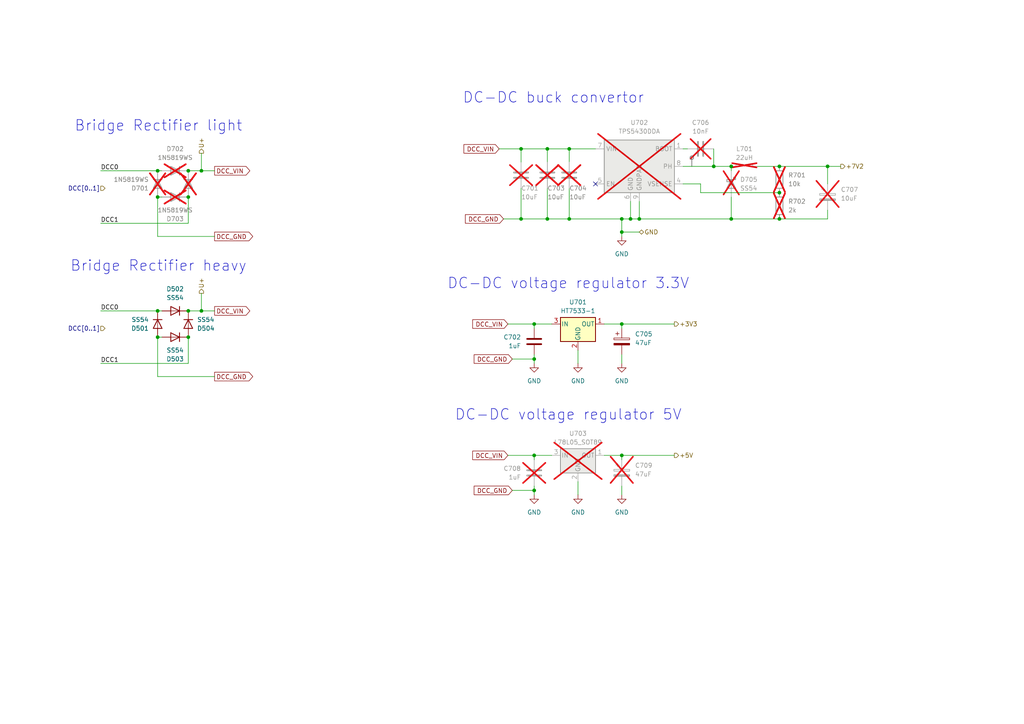
<source format=kicad_sch>
(kicad_sch (version 20231120) (generator "eeschema") (generator_version "7.99")
  (paper "A4")
  (lib_symbols
    (symbol "Device:C" (pin_numbers hide) (pin_names (offset 0.254))
      (property "Reference" "C" (at 0.635 2.54 0))
      (property "Value" "C" (at 0.635 -2.54 0))
      (symbol "C_0_1"
        (polyline (pts (xy -2.032 -0.762) (xy 2.032 -0.762)) (stroke (width 0.508)))
        (polyline (pts (xy -2.032 0.762) (xy 2.032 0.762)) (stroke (width 0.508)))
      )
      (symbol "C_1_1"
        (pin passive line (at 0 3.81 270) (length 2.794) (name "~") (number "1"))
        (pin passive line (at 0 -3.81 90) (length 2.794) (name "~") (number "2"))
      )
    )
    (symbol "Device:C_Polarized" (pin_numbers hide) (pin_names (offset 0.254))
      (property "Reference" "C" (at 0.635 2.54 0))
      (property "Value" "C_Polarized" (at 0.635 -2.54 0))
      (symbol "C_Polarized_0_1"
        (rectangle (start -2.286 0.508) (end 2.286 1.016))
        (polyline (pts (xy -1.778 2.286) (xy -0.762 2.286)))
        (polyline (pts (xy -1.27 2.794) (xy -1.27 1.778)))
        (rectangle (start 2.286 -0.508) (end -2.286 -1.016) (fill (type outline)))
      )
      (symbol "C_Polarized_1_1"
        (pin passive line (at 0 3.81 270) (length 2.794) (name "~") (number "1"))
        (pin passive line (at 0 -3.81 90) (length 2.794) (name "~") (number "2"))
      )
    )
    (symbol "Device:D" (pin_numbers hide) (pin_names (offset 1.016) hide)
      (property "Reference" "D" (at 0 2.54 0))
      (property "Value" "D" (at 0 -2.54 0))
      (symbol "D_0_1"
        (polyline (pts (xy -1.27 1.27) (xy -1.27 -1.27)) (stroke (width 0.254)))
        (polyline (pts (xy 1.27 0) (xy -1.27 0)))
        (polyline (pts (xy 1.27 1.27) (xy 1.27 -1.27) (xy -1.27 0) (xy 1.27 1.27)) (stroke (width 0.254)))
      )
      (symbol "D_1_1"
        (pin passive line (at -3.81 0 0) (length 2.54) (name "K") (number "1"))
        (pin passive line (at 3.81 0 180) (length 2.54) (name "A") (number "2"))
      )
    )
    (symbol "Device:D_Schottky" (pin_numbers hide) (pin_names (offset 1.016) hide)
      (property "Reference" "D" (at 0 2.54 0))
      (property "Value" "D_Schottky" (at 0 -2.54 0))
      (symbol "D_Schottky_0_1"
        (polyline (pts (xy 1.27 0) (xy -1.27 0)))
        (polyline (pts (xy 1.27 1.27) (xy 1.27 -1.27) (xy -1.27 0) (xy 1.27 1.27)) (stroke (width 0.254)))
        (polyline (pts (xy -1.905 0.635) (xy -1.905 1.27) (xy -1.27 1.27) (xy -1.27 -1.27) (xy -0.635 -1.27) (xy -0.635 -0.635)) (stroke (width 0.254)))
      )
      (symbol "D_Schottky_1_1"
        (pin passive line (at -3.81 0 0) (length 2.54) (name "K") (number "1"))
        (pin passive line (at 3.81 0 180) (length 2.54) (name "A") (number "2"))
      )
    )
    (symbol "Device:L" (pin_numbers hide) (pin_names (offset 1.016) hide)
      (property "Reference" "L" (at -1.27 0 90))
      (property "Value" "L" (at 1.905 0 90))
      (symbol "L_0_1"
        (arc (start 0 -2.54) (mid 0.6323 -1.905) (end 0 -1.27))
        (arc (start 0 -1.27) (mid 0.6323 -0.635) (end 0 0))
        (arc (start 0 0) (mid 0.6323 0.635) (end 0 1.27))
        (arc (start 0 1.27) (mid 0.6323 1.905) (end 0 2.54))
      )
      (symbol "L_1_1"
        (pin passive line (at 0 3.81 270) (length 1.27) (name "1") (number "1"))
        (pin passive line (at 0 -3.81 90) (length 1.27) (name "2") (number "2"))
      )
    )
    (symbol "Device:R" (pin_numbers hide) (pin_names (offset 0))
      (property "Reference" "R" (at 2.032 0 90))
      (property "Value" "R" (at 0 0 90))
      (symbol "R_0_1"
        (rectangle (start -1.016 -2.54) (end 1.016 2.54) (stroke (width 0.254)))
      )
      (symbol "R_1_1"
        (pin passive line (at 0 3.81 270) (length 1.27) (name "~") (number "1"))
        (pin passive line (at 0 -3.81 90) (length 1.27) (name "~") (number "2"))
      )
    )
    (symbol "Regulator_Linear:L78L05_SOT89" (pin_names (offset 0.254))
      (property "Reference" "U" (at -3.81 3.175 0))
      (property "Value" "L78L05_SOT89" (at -0.635 3.175 0))
      (symbol "L78L05_SOT89_0_1"
        (rectangle (start -5.08 1.905) (end 5.08 -5.08) (stroke (width 0.254)) (fill (type background)))
      )
      (symbol "L78L05_SOT89_1_1"
        (pin power_out line (at 7.62 0 180) (length 2.54) (name "OUT") (number "1"))
        (pin power_in line (at 0 -7.62 90) (length 2.54) (name "GND") (number "2"))
        (pin power_in line (at -7.62 0 0) (length 2.54) (name "IN") (number "3"))
      )
    )
    (symbol "Regulator_Linear:L78L33_SOT89" (pin_names (offset 0.254))
      (property "Reference" "U" (at -3.81 3.175 0))
      (property "Value" "L78L33_SOT89" (at -0.635 3.175 0))
      (symbol "L78L33_SOT89_0_1"
        (rectangle (start -5.08 1.905) (end 5.08 -5.08) (stroke (width 0.254)) (fill (type background)))
      )
      (symbol "L78L33_SOT89_1_1"
        (pin power_out line (at 7.62 0 180) (length 2.54) (name "OUT") (number "1"))
        (pin power_in line (at 0 -7.62 90) (length 2.54) (name "GND") (number "2"))
        (pin power_in line (at -7.62 0 0) (length 2.54) (name "IN") (number "3"))
      )
    )
    (symbol "Regulator_Switching:TPS5430DDA"
      (property "Reference" "U" (at -10.16 8.89 0))
      (property "Value" "TPS5430DDA" (at -1.27 8.89 0))
      (symbol "TPS5430DDA_0_1"
        (rectangle (start -10.16 7.62) (end 10.16 -7.62) (stroke (width 0.254)) (fill (type background)))
      )
      (symbol "TPS5430DDA_1_1"
        (pin input line (at 12.7 5.08 180) (length 2.54) (name "BOOT") (number "1"))
        (pin no_connect line (at -10.16 2.54 0) (length 2.54) hide (name "NC") (number "2"))
        (pin no_connect line (at -10.16 -2.54 0) (length 2.54) hide (name "NC") (number "3"))
        (pin input line (at 12.7 -5.08 180) (length 2.54) (name "VSENSE") (number "4"))
        (pin input line (at -12.7 -5.08 0) (length 2.54) (name "EN") (number "5"))
        (pin power_in line (at -2.54 -10.16 90) (length 2.54) (name "GND") (number "6"))
        (pin power_in line (at -12.7 5.08 0) (length 2.54) (name "VIN") (number "7"))
        (pin output line (at 12.7 0 180) (length 2.54) (name "PH") (number "8"))
        (pin power_in line (at 0 -10.16 90) (length 2.54) (name "GNDPAD") (number "9"))
      )
    )
    (symbol "power:GND" (power) (pin_names (offset 0))
      (property "Value" "GND" (at 0 -3.81 0))
      (symbol "GND_0_1"
        (polyline (pts (xy 0 0) (xy 0 -1.27) (xy 1.27 -1.27) (xy 0 -2.54) (xy -1.27 -1.27) (xy 0 -1.27)))
      )
      (symbol "GND_1_1"
        (pin power_in line (at 0 0 270) (length 0) hide (name "GND") (number "1"))
      )
    )
  )
  (junction (at 185.42 63.5))
  (junction (at 154.94 93.98))
  (junction (at 54.61 49.53))
  (junction (at 154.94 142.24))
  (junction (at 151.13 63.5))
  (junction (at 180.34 63.5))
  (junction (at 58.42 49.53))
  (junction (at 182.88 63.5))
  (junction (at 207.01 48.26))
  (junction (at 45.72 57.15))
  (junction (at 240.03 48.26))
  (junction (at 54.61 90.17))
  (junction (at 180.34 93.98))
  (junction (at 180.34 67.31))
  (junction (at 45.72 97.79))
  (junction (at 58.42 90.17))
  (junction (at 158.75 43.18))
  (junction (at 151.13 43.18))
  (junction (at 180.34 132.08))
  (junction (at 226.06 48.26))
  (junction (at 165.1 63.5))
  (junction (at 154.94 132.08))
  (junction (at 212.09 48.26))
  (junction (at 158.75 63.5))
  (junction (at 226.06 63.5))
  (junction (at 154.94 104.14))
  (junction (at 165.1 43.18))
  (junction (at 45.72 49.53))
  (junction (at 54.61 57.15))
  (junction (at 54.61 97.79))
  (junction (at 226.06 55.88))
  (junction (at 45.72 90.17))
  (junction (at 212.09 63.5))
  (no_connect (at 172.72 53.34))
  (wire (pts (xy 158.75 54.61) (xy 158.75 63.5)))
  (wire (pts (xy 226.06 63.5) (xy 226.06 62.23)))
  (wire (pts (xy 203.2 53.34) (xy 198.12 53.34)))
  (wire (pts (xy 240.03 63.5) (xy 240.03 60.96)))
  (wire (pts (xy 45.72 57.15) (xy 45.72 68.58)))
  (wire (pts (xy 180.34 132.08) (xy 180.34 133.35)))
  (wire (pts (xy 185.42 67.31) (xy 180.34 67.31)))
  (wire (pts (xy 151.13 63.5) (xy 158.75 63.5)))
  (wire (pts (xy 158.75 46.99) (xy 158.75 43.18)))
  (wire (pts (xy 175.26 93.98) (xy 180.34 93.98)))
  (wire (pts (xy 212.09 57.15) (xy 212.09 63.5)))
  (wire (pts (xy 165.1 43.18) (xy 172.72 43.18)))
  (wire (pts (xy 167.64 101.6) (xy 167.64 105.41)))
  (wire (pts (xy 198.12 48.26) (xy 207.01 48.26)))
  (wire (pts (xy 151.13 43.18) (xy 158.75 43.18)))
  (wire (pts (xy 165.1 46.99) (xy 165.1 43.18)))
  (wire (pts (xy 165.1 54.61) (xy 165.1 63.5)))
  (wire (pts (xy 58.42 49.53) (xy 62.23 49.53)))
  (wire (pts (xy 165.1 63.5) (xy 180.34 63.5)))
  (wire (pts (xy 180.34 67.31) (xy 180.34 63.5)))
  (wire (pts (xy 154.94 142.24) (xy 154.94 140.97)))
  (wire (pts (xy 154.94 143.51) (xy 154.94 142.24)))
  (wire (pts (xy 180.34 93.98) (xy 195.58 93.98)))
  (wire (pts (xy 58.42 85.09) (xy 58.42 90.17)))
  (wire (pts (xy 154.94 95.25) (xy 154.94 93.98)))
  (wire (pts (xy 158.75 43.18) (xy 165.1 43.18)))
  (wire (pts (xy 180.34 132.08) (xy 195.58 132.08)))
  (wire (pts (xy 182.88 58.42) (xy 182.88 63.5)))
  (wire (pts (xy 226.06 48.26) (xy 240.03 48.26)))
  (wire (pts (xy 175.26 132.08) (xy 180.34 132.08)))
  (wire (pts (xy 54.61 49.53) (xy 58.42 49.53)))
  (wire (pts (xy 212.09 48.26) (xy 212.09 49.53)))
  (wire (pts (xy 154.94 132.08) (xy 160.02 132.08)))
  (wire (pts (xy 154.94 105.41) (xy 154.94 104.14)))
  (wire (pts (xy 180.34 68.58) (xy 180.34 67.31)))
  (wire (pts (xy 167.64 139.7) (xy 167.64 143.51)))
  (wire (pts (xy 148.59 142.24) (xy 154.94 142.24)))
  (wire (pts (xy 151.13 54.61) (xy 151.13 63.5)))
  (wire (pts (xy 45.72 49.53) (xy 46.99 49.53)))
  (wire (pts (xy 207.01 48.26) (xy 212.09 48.26)))
  (wire (pts (xy 144.78 43.18) (xy 151.13 43.18)))
  (wire (pts (xy 243.84 48.26) (xy 240.03 48.26)))
  (wire (pts (xy 62.23 109.22) (xy 45.72 109.22)))
  (wire (pts (xy 54.61 57.15) (xy 54.61 64.77)))
  (wire (pts (xy 146.05 63.5) (xy 151.13 63.5)))
  (wire (pts (xy 180.34 140.97) (xy 180.34 143.51)))
  (wire (pts (xy 29.21 90.17) (xy 45.72 90.17)))
  (wire (pts (xy 58.42 90.17) (xy 62.23 90.17)))
  (wire (pts (xy 148.59 104.14) (xy 154.94 104.14)))
  (wire (pts (xy 29.21 64.77) (xy 54.61 64.77)))
  (wire (pts (xy 46.99 57.15) (xy 45.72 57.15)))
  (wire (pts (xy 182.88 63.5) (xy 185.42 63.5)))
  (wire (pts (xy 54.61 90.17) (xy 58.42 90.17)))
  (wire (pts (xy 212.09 63.5) (xy 226.06 63.5)))
  (wire (pts (xy 203.2 55.88) (xy 226.06 55.88)))
  (wire (pts (xy 151.13 43.18) (xy 151.13 46.99)))
  (wire (pts (xy 45.72 90.17) (xy 46.99 90.17)))
  (wire (pts (xy 198.12 43.18) (xy 199.39 43.18)))
  (wire (pts (xy 240.03 48.26) (xy 240.03 53.34)))
  (wire (pts (xy 58.42 44.45) (xy 58.42 49.53)))
  (wire (pts (xy 185.42 58.42) (xy 185.42 63.5)))
  (wire (pts (xy 54.61 97.79) (xy 54.61 105.41)))
  (wire (pts (xy 180.34 93.98) (xy 180.34 95.25)))
  (wire (pts (xy 207.01 48.26) (xy 207.01 43.18)))
  (wire (pts (xy 62.23 68.58) (xy 45.72 68.58)))
  (wire (pts (xy 46.99 97.79) (xy 45.72 97.79)))
  (wire (pts (xy 180.34 63.5) (xy 182.88 63.5)))
  (wire (pts (xy 219.71 48.26) (xy 226.06 48.26)))
  (wire (pts (xy 203.2 53.34) (xy 203.2 55.88)))
  (wire (pts (xy 29.21 105.41) (xy 54.61 105.41)))
  (wire (pts (xy 147.32 93.98) (xy 154.94 93.98)))
  (wire (pts (xy 226.06 63.5) (xy 240.03 63.5)))
  (wire (pts (xy 154.94 104.14) (xy 154.94 102.87)))
  (wire (pts (xy 158.75 63.5) (xy 165.1 63.5)))
  (wire (pts (xy 154.94 93.98) (xy 160.02 93.98)))
  (wire (pts (xy 180.34 102.87) (xy 180.34 105.41)))
  (wire (pts (xy 185.42 63.5) (xy 212.09 63.5)))
  (wire (pts (xy 29.21 49.53) (xy 45.72 49.53)))
  (wire (pts (xy 147.32 132.08) (xy 154.94 132.08)))
  (wire (pts (xy 154.94 133.35) (xy 154.94 132.08)))
  (wire (pts (xy 45.72 97.79) (xy 45.72 109.22)))
  (text "DC-DC buck convertor" (at 160.528 28.448 0) (effects (font (size 3.048 3.048))))
  (text "Bridge Rectifier heavy\n" (at 45.974 77.216 0) (effects (font (size 3.048 3.048))))
  (text "Bridge Rectifier light" (at 45.974 36.576 0) (effects (font (size 3.048 3.048))))
  (text "DC-DC voltage regulator 3.3V\n" (at 164.846 82.296 0) (effects (font (size 3.048 3.048))))
  (text "DC-DC voltage regulator 5V\n" (at 164.846 120.396 0) (effects (font (size 3.048 3.048))))
  (label "DCC1" (at 29.21 105.41 0))
  (label "DCC1" (at 29.21 64.77 0))
  (label "DCC0" (at 29.21 90.17 0))
  (label "DCC0" (at 29.21 49.53 0))
  (global_label "DCC_VIN" (shape input) (at 147.32 132.08 180) (property "Intersheetrefs" "${INTERSHEET_REFS}" (effects (hide yes))))
  (global_label "DCC_GND" (shape input) (at 148.59 104.14 180) (property "Intersheetrefs" "${INTERSHEET_REFS}" (effects (hide yes))))
  (global_label "DCC_VIN" (shape input) (at 144.78 43.18 180) (property "Intersheetrefs" "${INTERSHEET_REFS}" (effects (hide yes))))
  (global_label "DCC_VIN" (shape output) (at 62.23 90.17 0) (property "Intersheetrefs" "${INTERSHEET_REFS}" (effects (hide yes))))
  (global_label "DCC_VIN" (shape input) (at 147.32 93.98 180) (property "Intersheetrefs" "${INTERSHEET_REFS}" (effects (hide yes))))
  (global_label "DCC_GND" (shape input) (at 146.05 63.5 180) (property "Intersheetrefs" "${INTERSHEET_REFS}" (effects (hide yes))))
  (global_label "DCC_VIN" (shape output) (at 62.23 49.53 0) (property "Intersheetrefs" "${INTERSHEET_REFS}" (effects (hide yes))))
  (global_label "DCC_GND" (shape output) (at 62.23 109.22 0) (property "Intersheetrefs" "${INTERSHEET_REFS}" (effects (hide yes))))
  (global_label "DCC_GND" (shape output) (at 62.23 68.58 0) (property "Intersheetrefs" "${INTERSHEET_REFS}" (effects (hide yes))))
  (global_label "DCC_GND" (shape input) (at 148.59 142.24 180) (property "Intersheetrefs" "${INTERSHEET_REFS}" (effects (hide yes))))
  (hierarchical_label "U+" (shape output) (at 58.42 85.09 90))
  (hierarchical_label "DCC[0..1]" (shape input) (at 30.48 95.25 180))
  (hierarchical_label "U+" (shape output) (at 58.42 44.45 90))
  (hierarchical_label "DCC[0..1]" (shape input) (at 30.48 54.61 180))
  (hierarchical_label "GND" (shape bidirectional) (at 185.42 67.31 0))
  (hierarchical_label "+7V2" (shape output) (at 243.84 48.26 0))
  (hierarchical_label "+3V3" (shape output) (at 195.58 93.98 0))
  (hierarchical_label "+5V" (shape output) (at 195.58 132.08 0))
  (netclass_flag "" (length 2.54) (shape round) (at 200.66 48.26 0) (property "Netclass" "PowerRail" (effects (hide yes))))
  (symbol (lib_id "Device:C_Polarized") (at 180.34 99.06 0) (unit 1) (in_bom no)
    (property "Reference" "C705" (at 184.15 96.901 0) (effects (justify left)))
    (property "Value" "47uF" (at 184.15 99.441 0) (effects (justify left)))
    (property "Footprint" "Capacitor_SMD:C_0805_2012Metric_Pad1.18x1.45mm_HandSolder" (effects (hide yes)))
    (property "Description" "Polarized capacitor" (effects (hide yes)))
    (property "LCSC" "C16780" (effects (hide yes)))
  )
  (symbol (lib_id "Device:D_Schottky") (at 212.09 53.34 270) (unit 1) (on_board no) (dnp yes)
    (property "Reference" "D705" (at 214.63 52.07 90) (effects (justify left)))
    (property "Value" "SS54" (at 214.63 54.61 90) (effects (justify left)))
    (property "Footprint" "Diode_SMD:D_SMA" (effects (hide yes)))
    (property "Description" "Schottky diode" (effects (hide yes)))
    (property "LCSC" "C22452" (effects (hide yes)))
  )
  (symbol (lib_id "Device:R") (at 226.06 52.07 0) (unit 1) (on_board no) (dnp yes)
    (property "Reference" "R701" (at 228.6 50.8 0) (effects (justify left)))
    (property "Value" "10k" (at 228.6 53.34 0) (effects (justify left)))
    (property "Footprint" "Resistor_SMD:R_0805_2012Metric_Pad1.20x1.40mm_HandSolder" (effects (hide yes)))
    (property "Description" "Resistor" (effects (hide yes)))
    (property "LCSC" "C17414" (effects (hide yes)))
  )
  (symbol (lib_id "power:GND") (at 180.34 105.41 0) (unit 1)
    (property "Reference" "#PWR0704" (effects (hide yes)))
    (property "Value" "GND" (at 180.34 110.49 0))
    (property "Description" "Power symbol creates a global label with name \"GND\" , ground" (effects (hide yes)))
  )
  (symbol (lib_id "power:GND") (at 180.34 143.51 0) (unit 1)
    (property "Reference" "#PWR0707" (effects (hide yes)))
    (property "Value" "GND" (at 180.34 148.59 0))
    (property "Description" "Power symbol creates a global label with name \"GND\" , ground" (effects (hide yes)))
  )
  (symbol (lib_id "Regulator_Linear:L78L33_SOT89") (at 167.64 93.98 0) (unit 1)
    (property "Reference" "U701" (at 167.64 87.63 0))
    (property "Value" "HT7533-1" (at 167.64 90.17 0))
    (property "Footprint" "Package_TO_SOT_SMD:SOT-89-3" (effects (hide yes)))
    (property "Description" "Positive 100mA 30V Linear Regulator, Fixed Output 3.3V, SOT-89" (effects (hide yes)))
  )
  (symbol (lib_id "power:GND") (at 154.94 143.51 0) (unit 1)
    (property "Reference" "#PWR0705" (effects (hide yes)))
    (property "Value" "GND" (at 154.94 148.59 0))
    (property "Description" "Power symbol creates a global label with name \"GND\" , ground" (effects (hide yes)))
  )
  (symbol (lib_id "Device:C") (at 158.75 50.8 0) (unit 1) (on_board no) (dnp yes)
    (property "Reference" "C703" (at 158.75 54.61 0) (effects (justify left)))
    (property "Value" "10uF" (at 158.75 57.15 0) (effects (justify left)))
    (property "Footprint" "Capacitor_SMD:C_1206_3216Metric" (effects (hide yes)))
    (property "Description" "Unpolarized capacitor" (effects (hide yes)))
    (property "LCSC" "C13585" (effects (hide yes)))
  )
  (symbol (lib_id "Device:C") (at 203.2 43.18 90) (unit 1) (on_board no) (dnp yes)
    (property "Reference" "C706" (at 203.2 35.56 90))
    (property "Value" "10nF" (at 203.2 38.1 90))
    (property "Footprint" "Capacitor_SMD:C_0805_2012Metric" (effects (hide yes)))
    (property "Description" "Unpolarized capacitor" (effects (hide yes)))
    (property "LCSC" "C1710" (effects (hide yes)))
  )
  (symbol (lib_id "Device:D") (at 45.72 53.34 270) (unit 1) (exclude_from_sim yes) (in_bom no) (on_board no) (dnp yes)
    (property "Reference" "D701" (at 43.18 54.61 90) (effects (justify right)))
    (property "Value" "1N5819WS" (at 43.18 52.07 90) (effects (justify right)))
    (property "Footprint" "Diode_SMD:D_SOD-323" (effects (hide yes)))
    (property "Description" "Diode" (effects (hide yes)))
    (property "Sim.Device" "D" (effects (hide yes)))
    (property "Sim.Pins" "1=K 2=A" (effects (hide yes)))
    (property "LCSC" "C191023" (effects (hide yes)))
  )
  (symbol (lib_id "Regulator_Linear:L78L05_SOT89") (at 167.64 132.08 0) (unit 1) (exclude_from_sim yes) (in_bom no) (on_board no) (dnp yes)
    (property "Reference" "U703" (at 167.64 125.73 0))
    (property "Value" "L78L05_SOT89" (at 167.64 128.27 0))
    (property "Footprint" "Package_TO_SOT_SMD:SOT-89-3" (effects (hide yes)))
    (property "Datasheet" "http://www.st.com/content/ccc/resource/technical/document/datasheet/15/55/e5/aa/23/5b/43/fd/CD00000446.pdf/files/CD00000446.pdf/jcr:content/translations/en.CD00000446.pdf" (effects (hide yes)))
    (property "Description" "Positive 100mA 30V Linear Regulator, Fixed Output 5V, SOT-89" (effects (hide yes)))
    (property "LCSC" "C71136" (effects (hide yes)))
  )
  (symbol (lib_id "Device:D") (at 50.8 90.17 180) (unit 1)
    (property "Reference" "D502" (at 50.8 83.82 0))
    (property "Value" "SS54" (at 50.8 86.36 0))
    (property "Footprint" "Diode_SMD:D_SMA" (effects (hide yes)))
    (property "Description" "Diode" (effects (hide yes)))
    (property "Sim.Device" "D" (effects (hide yes)))
    (property "Sim.Pins" "1=K 2=A" (effects (hide yes)))
    (property "LCSC" "C191023" (effects (hide yes)))
  )
  (symbol (lib_id "power:GND") (at 180.34 68.58 0) (unit 1)
    (property "Reference" "#PWR05" (effects (hide yes)))
    (property "Value" "GND" (at 180.34 73.66 0))
    (property "Description" "Power symbol creates a global label with name \"GND\" , ground" (effects (hide yes)))
    (instances (project "DecoderInputStages" (path "" (reference "#PWR05") (unit 1))) (project "xDuinoRailSwitch" (path "" (reference "#PWR0703") (unit 1))))
  )
  (symbol (lib_id "power:GND") (at 167.64 105.41 0) (unit 1)
    (property "Reference" "#PWR0702" (effects (hide yes)))
    (property "Value" "GND" (at 167.64 110.49 0))
    (property "Description" "Power symbol creates a global label with name \"GND\" , ground" (effects (hide yes)))
  )
  (symbol (lib_id "Device:D") (at 50.8 97.79 0) (mirror y) (unit 1)
    (property "Reference" "D503" (at 50.8 104.14 0))
    (property "Value" "SS54" (at 50.8 101.6 0))
    (property "Footprint" "Diode_SMD:D_SMA" (effects (hide yes)))
    (property "Description" "Diode" (effects (hide yes)))
    (property "Sim.Device" "D" (effects (hide yes)))
    (property "Sim.Pins" "1=K 2=A" (effects (hide yes)))
    (property "LCSC" "C191023" (effects (hide yes)))
  )
  (symbol (lib_id "Device:D") (at 50.8 49.53 180) (unit 1) (exclude_from_sim yes) (in_bom no) (on_board no) (dnp yes)
    (property "Reference" "D702" (at 50.8 43.18 0))
    (property "Value" "1N5819WS" (at 50.8 45.72 0))
    (property "Footprint" "Diode_SMD:D_SOD-323" (effects (hide yes)))
    (property "Description" "Diode" (effects (hide yes)))
    (property "Sim.Device" "D" (effects (hide yes)))
    (property "Sim.Pins" "1=K 2=A" (effects (hide yes)))
    (property "LCSC" "C191023" (effects (hide yes)))
  )
  (symbol (lib_id "Device:D") (at 54.61 93.98 90) (mirror x) (unit 1)
    (property "Reference" "D504" (at 57.15 95.25 90) (effects (justify right)))
    (property "Value" "SS54" (at 57.15 92.71 90) (effects (justify right)))
    (property "Footprint" "Diode_SMD:D_SMA" (effects (hide yes)))
    (property "Description" "Diode" (effects (hide yes)))
    (property "Sim.Device" "D" (effects (hide yes)))
    (property "Sim.Pins" "1=K 2=A" (effects (hide yes)))
    (property "LCSC" "C191023" (effects (hide yes)))
  )
  (symbol (lib_id "Regulator_Switching:TPS5430DDA") (at 185.42 48.26 0) (unit 1) (on_board no) (dnp yes)
    (property "Reference" "U702" (at 185.42 35.56 0))
    (property "Value" "TPS5430DDA" (at 185.42 38.1 0))
    (property "Footprint" "Package_SO:TI_SO-PowerPAD-8_ThermalVias" (effects (hide yes)))
    (property "Datasheet" "http://www.ti.com/lit/ds/symlink/tps5430.pdf" (effects (hide yes)))
    (property "Description" "3A, Step Down Swift Converter, Adjustable Output Voltage, 5.5-36V Input Voltage, PowerSO-8" (effects (hide yes)))
    (property "LCSC" "C9864" (effects (hide yes)))
  )
  (symbol (lib_id "Device:L") (at 215.9 48.26 90) (unit 1) (on_board no) (dnp yes)
    (property "Reference" "L701" (at 215.9 43.18 90))
    (property "Value" "22uH" (at 215.9 45.72 90))
    (property "Footprint" "Inductor_SMD:L_12x12mm_H8mm" (effects (hide yes)))
    (property "Description" "Inductor" (effects (hide yes)))
    (property "LCSC" "C693888" (effects (hide yes)))
  )
  (symbol (lib_id "Device:D") (at 45.72 93.98 270) (unit 1)
    (property "Reference" "D501" (at 43.18 95.25 90) (effects (justify right)))
    (property "Value" "SS54" (at 43.18 92.71 90) (effects (justify right)))
    (property "Footprint" "Diode_SMD:D_SMA" (effects (hide yes)))
    (property "Description" "Diode" (effects (hide yes)))
    (property "Sim.Device" "D" (effects (hide yes)))
    (property "Sim.Pins" "1=K 2=A" (effects (hide yes)))
    (property "LCSC" "C191023" (effects (hide yes)))
  )
  (symbol (lib_id "Device:C") (at 154.94 137.16 0) (mirror y) (unit 1) (exclude_from_sim yes) (in_bom no) (on_board no) (dnp yes)
    (property "Reference" "C708" (at 151.13 135.89 0) (effects (justify left)))
    (property "Value" "1uF" (at 151.13 138.43 0) (effects (justify left)))
    (property "Footprint" "Capacitor_SMD:C_0402_1005Metric_Pad0.74x0.62mm_HandSolder" (effects (hide yes)))
    (property "Description" "Unpolarized capacitor" (effects (hide yes)))
    (property "LCSC" "C52923" (effects (hide yes)))
  )
  (symbol (lib_id "power:GND") (at 167.64 143.51 0) (unit 1)
    (property "Reference" "#PWR0706" (effects (hide yes)))
    (property "Value" "GND" (at 167.64 148.59 0))
    (property "Description" "Power symbol creates a global label with name \"GND\" , ground" (effects (hide yes)))
  )
  (symbol (lib_id "Device:D") (at 50.8 57.15 0) (mirror y) (unit 1) (exclude_from_sim yes) (in_bom no) (on_board no) (dnp yes)
    (property "Reference" "D703" (at 50.8 63.5 0))
    (property "Value" "1N5819WS" (at 50.8 60.96 0))
    (property "Footprint" "Diode_SMD:D_SOD-323" (effects (hide yes)))
    (property "Description" "Diode" (effects (hide yes)))
    (property "Sim.Device" "D" (effects (hide yes)))
    (property "Sim.Pins" "1=K 2=A" (effects (hide yes)))
    (property "LCSC" "C191023" (effects (hide yes)))
  )
  (symbol (lib_id "Device:C") (at 154.94 99.06 0) (mirror y) (unit 1) (in_bom no)
    (property "Reference" "C702" (at 151.13 97.79 0) (effects (justify left)))
    (property "Value" "1uF" (at 151.13 100.33 0) (effects (justify left)))
    (property "Footprint" "Capacitor_SMD:C_0402_1005Metric_Pad0.74x0.62mm_HandSolder" (effects (hide yes)))
    (property "Description" "Unpolarized capacitor" (effects (hide yes)))
    (property "LCSC" "C52923" (effects (hide yes)))
  )
  (symbol (lib_id "Device:R") (at 226.06 59.69 0) (unit 1) (on_board no) (dnp yes)
    (property "Reference" "R702" (at 228.6 58.4199 0) (effects (justify left)))
    (property "Value" "2k" (at 228.6 60.9599 0) (effects (justify left)))
    (property "Footprint" "Resistor_SMD:R_0805_2012Metric_Pad1.20x1.40mm_HandSolder" (effects (hide yes)))
    (property "Description" "Resistor" (effects (hide yes)))
    (property "LCSC" "C4310" (effects (hide yes)))
  )
  (symbol (lib_id "Device:C") (at 165.1 50.8 0) (unit 1) (on_board no) (dnp yes)
    (property "Reference" "C704" (at 165.1 54.61 0) (effects (justify left)))
    (property "Value" "10uF" (at 165.1 57.15 0) (effects (justify left)))
    (property "Footprint" "Capacitor_SMD:C_1206_3216Metric" (effects (hide yes)))
    (property "Description" "Unpolarized capacitor" (effects (hide yes)))
    (property "LCSC" "C13585" (effects (hide yes)))
  )
  (symbol (lib_id "Device:C_Polarized") (at 240.03 57.15 0) (unit 1) (on_board no) (dnp yes)
    (property "Reference" "C707" (at 243.84 54.991 0) (effects (justify left)))
    (property "Value" "10uF" (at 243.84 57.531 0) (effects (justify left)))
    (property "Footprint" "Capacitor_SMD:C_1206_3216Metric" (effects (hide yes)))
    (property "Description" "Polarized capacitor" (effects (hide yes)))
    (property "LCSC" "C440198" (effects (hide yes)))
  )
  (symbol (lib_id "Device:D") (at 54.61 53.34 90) (mirror x) (unit 1) (exclude_from_sim yes) (in_bom no) (on_board no) (dnp yes)
    (property "Reference" "D704" (effects (hide yes)))
    (property "Value" "1N5819WS" (effects (hide yes)))
    (property "Footprint" "Diode_SMD:D_SOD-323" (effects (hide yes)))
    (property "Description" "Diode" (effects (hide yes)))
    (property "Sim.Device" "D" (effects (hide yes)))
    (property "Sim.Pins" "1=K 2=A" (effects (hide yes)))
    (property "LCSC" "C191023" (effects (hide yes)))
  )
  (symbol (lib_id "Device:C") (at 151.13 50.8 0) (unit 1) (on_board no) (dnp yes)
    (property "Reference" "C701" (at 151.13 54.61 0) (effects (justify left)))
    (property "Value" "10uF" (at 151.13 57.15 0) (effects (justify left)))
    (property "Footprint" "Capacitor_SMD:C_1206_3216Metric" (effects (hide yes)))
    (property "Description" "Unpolarized capacitor" (effects (hide yes)))
    (property "LCSC" "C13585" (effects (hide yes)))
  )
  (symbol (lib_id "Device:C_Polarized") (at 180.34 137.16 0) (unit 1) (exclude_from_sim yes) (in_bom no) (on_board no) (dnp yes)
    (property "Reference" "C709" (at 184.15 135.001 0) (effects (justify left)))
    (property "Value" "47uF" (at 184.15 137.541 0) (effects (justify left)))
    (property "Footprint" "Capacitor_SMD:C_0805_2012Metric_Pad1.18x1.45mm_HandSolder" (effects (hide yes)))
    (property "Description" "Polarized capacitor" (effects (hide yes)))
    (property "LCSC" "C16780" (effects (hide yes)))
  )
  (symbol (lib_id "power:GND") (at 154.94 105.41 0) (unit 1)
    (property "Reference" "#PWR0701" (effects (hide yes)))
    (property "Value" "GND" (at 154.94 110.49 0))
    (property "Description" "Power symbol creates a global label with name \"GND\" , ground" (effects (hide yes)))
  )
)
</source>
